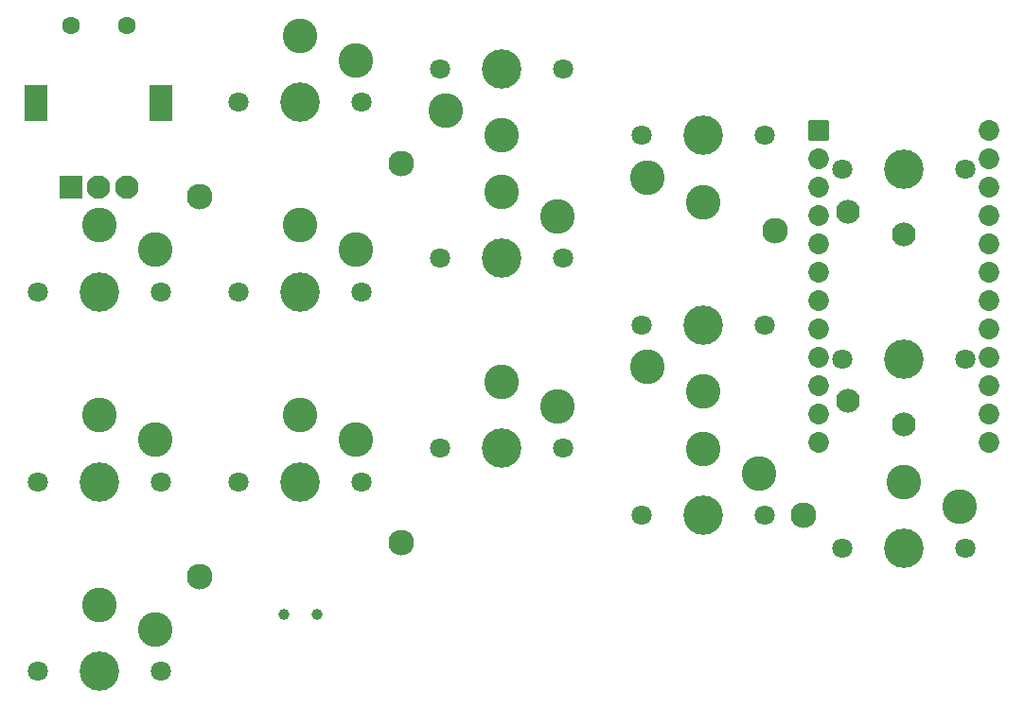
<source format=gbr>
%TF.GenerationSoftware,KiCad,Pcbnew,(7.0.0-0)*%
%TF.CreationDate,2023-02-22T17:50:19+08:00*%
%TF.ProjectId,left,6c656674-2e6b-4696-9361-645f70636258,v1.0.0*%
%TF.SameCoordinates,Original*%
%TF.FileFunction,Soldermask,Top*%
%TF.FilePolarity,Negative*%
%FSLAX46Y46*%
G04 Gerber Fmt 4.6, Leading zero omitted, Abs format (unit mm)*
G04 Created by KiCad (PCBNEW (7.0.0-0)) date 2023-02-22 17:50:19*
%MOMM*%
%LPD*%
G01*
G04 APERTURE LIST*
G04 Aperture macros list*
%AMRoundRect*
0 Rectangle with rounded corners*
0 $1 Rounding radius*
0 $2 $3 $4 $5 $6 $7 $8 $9 X,Y pos of 4 corners*
0 Add a 4 corners polygon primitive as box body*
4,1,4,$2,$3,$4,$5,$6,$7,$8,$9,$2,$3,0*
0 Add four circle primitives for the rounded corners*
1,1,$1+$1,$2,$3*
1,1,$1+$1,$4,$5*
1,1,$1+$1,$6,$7*
1,1,$1+$1,$8,$9*
0 Add four rect primitives between the rounded corners*
20,1,$1+$1,$2,$3,$4,$5,0*
20,1,$1+$1,$4,$5,$6,$7,0*
20,1,$1+$1,$6,$7,$8,$9,0*
20,1,$1+$1,$8,$9,$2,$3,0*%
G04 Aperture macros list end*
%ADD10C,3.529000*%
%ADD11C,1.801800*%
%ADD12C,3.100000*%
%ADD13C,2.132000*%
%ADD14RoundRect,0.050000X1.000000X-1.000000X1.000000X1.000000X-1.000000X1.000000X-1.000000X-1.000000X0*%
%ADD15C,2.100000*%
%ADD16C,1.600000*%
%ADD17RoundRect,0.050000X1.000000X-1.600000X1.000000X1.600000X-1.000000X1.600000X-1.000000X-1.600000X0*%
%ADD18C,1.000000*%
%ADD19RoundRect,0.050000X-0.876300X0.876300X-0.876300X-0.876300X0.876300X-0.876300X0.876300X0.876300X0*%
%ADD20C,1.852600*%
%ADD21C,2.300000*%
G04 APERTURE END LIST*
D10*
%TO.C,S1*%
X0Y34000000D03*
D11*
X-5500000Y34000000D03*
X5500000Y34000000D03*
D12*
X5000000Y37750000D03*
X0Y39950000D03*
%TD*%
D10*
%TO.C,S2*%
X0Y17000000D03*
D11*
X-5500000Y17000000D03*
X5500000Y17000000D03*
D12*
X5000000Y20750000D03*
X0Y22950000D03*
%TD*%
D10*
%TO.C,S3*%
X0Y0D03*
D11*
X-5500000Y0D03*
X5500000Y0D03*
D12*
X5000000Y3750000D03*
X0Y5950000D03*
%TD*%
D10*
%TO.C,S4*%
X18000000Y51000000D03*
D11*
X12500000Y51000000D03*
X23500000Y51000000D03*
D12*
X23000000Y54750000D03*
X18000000Y56950000D03*
%TD*%
D10*
%TO.C,S5*%
X18000000Y34000000D03*
D11*
X12500000Y34000000D03*
X23500000Y34000000D03*
D12*
X23000000Y37750000D03*
X18000000Y39950000D03*
%TD*%
D10*
%TO.C,S6*%
X18000000Y17000000D03*
D11*
X12500000Y17000000D03*
X23500000Y17000000D03*
D12*
X23000000Y20750000D03*
X18000000Y22950000D03*
%TD*%
D10*
%TO.C,S7*%
X36000000Y54000000D03*
D11*
X41500000Y54000000D03*
X30500000Y54000000D03*
D12*
X31000000Y50250000D03*
X36000000Y48050000D03*
%TD*%
D10*
%TO.C,S8*%
X36000000Y37000000D03*
D11*
X30500000Y37000000D03*
X41500000Y37000000D03*
D12*
X41000000Y40750000D03*
X36000000Y42950000D03*
%TD*%
D10*
%TO.C,S9*%
X36000000Y20000000D03*
D11*
X30500000Y20000000D03*
X41500000Y20000000D03*
D12*
X41000000Y23750000D03*
X36000000Y25950000D03*
%TD*%
D10*
%TO.C,S10*%
X54000000Y48000000D03*
D11*
X59500000Y48000000D03*
X48500000Y48000000D03*
D12*
X49000000Y44250000D03*
X54000000Y42050000D03*
%TD*%
D10*
%TO.C,S11*%
X54000000Y31000000D03*
D11*
X59500000Y31000000D03*
X48500000Y31000000D03*
D12*
X49000000Y27250000D03*
X54000000Y25050000D03*
%TD*%
D10*
%TO.C,S12*%
X54000000Y14000000D03*
D11*
X48500000Y14000000D03*
X59500000Y14000000D03*
D12*
X59000000Y17750000D03*
X54000000Y19950000D03*
%TD*%
D10*
%TO.C,S13*%
X72000000Y45000000D03*
D11*
X77500000Y45000000D03*
X66500000Y45000000D03*
D13*
X67000000Y41200000D03*
X72000000Y39100000D03*
%TD*%
D10*
%TO.C,S14*%
X72000000Y28000000D03*
D11*
X77500000Y28000000D03*
X66500000Y28000000D03*
D13*
X67000000Y24200000D03*
X72000000Y22100000D03*
%TD*%
D10*
%TO.C,S15*%
X72000000Y11000000D03*
D11*
X66500000Y11000000D03*
X77500000Y11000000D03*
D12*
X77000000Y14750000D03*
X72000000Y16950000D03*
%TD*%
D14*
%TO.C,ROT1*%
X-2540000Y43380000D03*
D15*
X-40000Y43380000D03*
X2460000Y43380000D03*
D16*
X-2540000Y57880000D03*
X2460000Y57880000D03*
D17*
X-5640000Y50880000D03*
X5560000Y50880000D03*
%TD*%
D18*
%TO.C,SS1*%
X19500000Y5070000D03*
X16500000Y5070000D03*
%TD*%
D19*
%TO.C,MCU1*%
X64380000Y48470000D03*
D20*
X64380000Y45930000D03*
X64380000Y43390000D03*
X64380000Y40850000D03*
X64380000Y38310000D03*
X64380000Y35770000D03*
X64380000Y33230000D03*
X64380000Y30690000D03*
X64380000Y28150000D03*
X64380000Y25610000D03*
X64380000Y23070000D03*
X64380000Y20530000D03*
X79620000Y48470000D03*
X79620000Y45930000D03*
X79620000Y43390000D03*
X79620000Y40850000D03*
X79620000Y38310000D03*
X79620000Y35770000D03*
X79620000Y33230000D03*
X79620000Y30690000D03*
X79620000Y28150000D03*
X79620000Y25610000D03*
X79620000Y23070000D03*
X79620000Y20530000D03*
%TD*%
D21*
%TO.C,H1*%
X9000000Y8500000D03*
%TD*%
%TO.C,H2*%
X9000000Y42500000D03*
%TD*%
%TO.C,H3*%
X27000000Y11500000D03*
%TD*%
%TO.C,H4*%
X27000000Y45500000D03*
%TD*%
%TO.C,H5*%
X63000000Y14000000D03*
%TD*%
%TO.C,H6*%
X60500000Y39500000D03*
%TD*%
M02*

</source>
